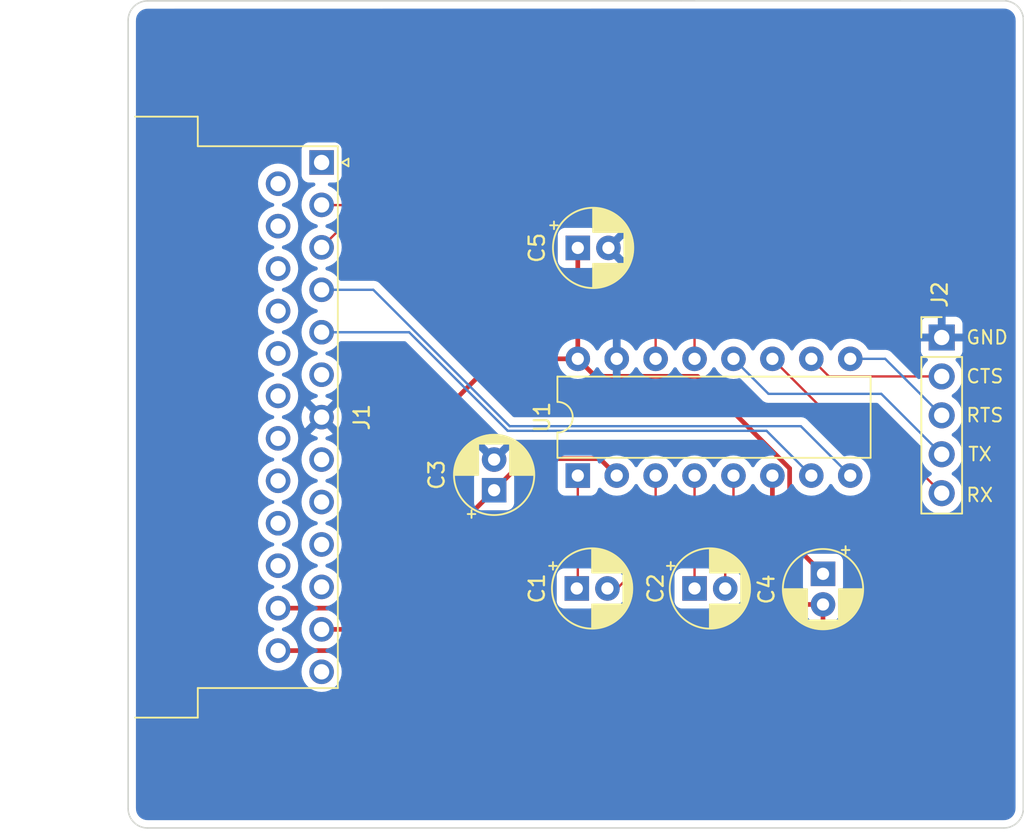
<source format=kicad_pcb>
(kicad_pcb (version 20211014) (generator pcbnew)
  (layers (0 "F.Cu" signal) (31 "B.Cu" signal) (34 "B.Paste" user) (35 "F.Paste" user) (36 "B.SilkS" user "B.Silkscreen") (37 "F.SilkS" user "F.Silkscreen") (38 "B.Mask" user) (39 "F.Mask" user) (44 "Edge.Cuts" user))
  (net 0 "")
  (net 1 "Net-(C1-Pad1)")
  (net 2 "Net-(C1-Pad2)")
  (net 3 "Net-(C2-Pad1)")
  (net 4 "Net-(C2-Pad2)")
  (net 5 "GND")
  (net 6 "+5V")
  (net 8 "/TX_232")
  (net 9 "/RX_232")
  (net 10 "/RTS_232")
  (net 11 "/CTS_232")
  (net 28 "/CTS_TTL")
  (net 29 "/RTS_TTL")
  (net 30 "/TX_TTL")
  (net 31 "/RX_TTL")
  (net 32 "/VS+")
  (net 33 "/VS-")
  (footprint "Capacitor_THT:CP_Radial_D5.0mm_P2.00mm" (layer "F.Cu") (at 134.239 116.773888 -90)
    (fp_text reference "C4" (at 1.016 3.683 90) (layer "F.SilkS"))
    (fp_text value "1uf")
    (pad "1" thru_hole rect (at 0 0 270) (size 1.6 1.6) (drill 0.8) (layers *.Cu *.Mask) (net 6 "+5V"))
    (pad "2" thru_hole circle (at 2 0 270) (size 1.6 1.6) (drill 0.8) (layers *.Cu *.Mask) (net 33 "/VS-"))
  )
  (footprint "Connector_Dsub:DSUB-25_Male_Horizontal_P2.77x2.84mm_EdgePinOffset9.40mm" (layer "F.Cu") (at 101.517331 89.928 -90)
    (fp_text reference "J1" (at 16.625 -2.622669 90) (layer "F.SilkS"))
    (fp_text value "DB25_Male")
    (pad "1" thru_hole rect (at 0 0 270) (size 1.6 1.6) (drill 1) (layers *.Cu *.Mask))
    (pad "2" thru_hole circle (at 2.77 0 270) (size 1.6 1.6) (drill 1) (layers *.Cu *.Mask) (net 8 "/TX_232"))
    (pad "3" thru_hole circle (at 5.54 0 270) (size 1.6 1.6) (drill 1) (layers *.Cu *.Mask) (net 9 "/RX_232"))
    (pad "4" thru_hole circle (at 8.31 0 270) (size 1.6 1.6) (drill 1) (layers *.Cu *.Mask) (net 10 "/RTS_232"))
    (pad "5" thru_hole circle (at 11.08 0 270) (size 1.6 1.6) (drill 1) (layers *.Cu *.Mask) (net 11 "/CTS_232"))
    (pad "6" thru_hole circle (at 13.85 0 270) (size 1.6 1.6) (drill 1) (layers *.Cu *.Mask))
    (pad "7" thru_hole circle (at 16.62 0 270) (size 1.6 1.6) (drill 1) (layers *.Cu *.Mask) (net 5 "GND"))
    (pad "8" thru_hole circle (at 19.39 0 270) (size 1.6 1.6) (drill 1) (layers *.Cu *.Mask))
    (pad "9" thru_hole circle (at 22.16 0 270) (size 1.6 1.6) (drill 1) (layers *.Cu *.Mask))
    (pad "10" thru_hole circle (at 24.93 0 270) (size 1.6 1.6) (drill 1) (layers *.Cu *.Mask))
    (pad "11" thru_hole circle (at 27.7 0 270) (size 1.6 1.6) (drill 1) (layers *.Cu *.Mask))
    (pad "12" thru_hole circle (at 30.47 0 270) (size 1.6 1.6) (drill 1) (layers *.Cu *.Mask) (net 32 "/VS+"))
    (pad "13" thru_hole circle (at 33.24 0 270) (size 1.6 1.6) (drill 1) (layers *.Cu *.Mask))
    (pad "14" thru_hole circle (at 1.385 2.84 270) (size 1.6 1.6) (drill 1) (layers *.Cu *.Mask))
    (pad "15" thru_hole circle (at 4.155 2.84 270) (size 1.6 1.6) (drill 1) (layers *.Cu *.Mask))
    (pad "16" thru_hole circle (at 6.925 2.84 270) (size 1.6 1.6) (drill 1) (layers *.Cu *.Mask))
    (pad "17" thru_hole circle (at 9.695 2.84 270) (size 1.6 1.6) (drill 1) (layers *.Cu *.Mask))
    (pad "18" thru_hole circle (at 12.465 2.84 270) (size 1.6 1.6) (drill 1) (layers *.Cu *.Mask))
    (pad "19" thru_hole circle (at 15.235 2.84 270) (size 1.6 1.6) (drill 1) (layers *.Cu *.Mask))
    (pad "20" thru_hole circle (at 18.005 2.84 270) (size 1.6 1.6) (drill 1) (layers *.Cu *.Mask))
    (pad "21" thru_hole circle (at 20.775 2.84 270) (size 1.6 1.6) (drill 1) (layers *.Cu *.Mask))
    (pad "22" thru_hole circle (at 23.545 2.84 270) (size 1.6 1.6) (drill 1) (layers *.Cu *.Mask))
    (pad "23" thru_hole circle (at 26.315 2.84 270) (size 1.6 1.6) (drill 1) (layers *.Cu *.Mask))
    (pad "24" thru_hole circle (at 29.085 2.84 270) (size 1.6 1.6) (drill 1) (layers *.Cu *.Mask) (net 6 "+5V"))
    (pad "25" thru_hole circle (at 31.855 2.84 270) (size 1.6 1.6) (drill 1) (layers *.Cu *.Mask) (net 33 "/VS-"))
  )
  (footprint "Connector_PinHeader_2.54mm:PinHeader_1x05_P2.54mm_Vertical" (layer "F.Cu") (at 141.986 101.351)
    (fp_text reference "J2" (at -0.127 -2.799 90) (layer "F.SilkS"))
    (fp_text value "Conn_01x05")
    (pad "1" thru_hole rect (at 0 0) (size 1.7 1.7) (drill 1) (layers *.Cu *.Mask) (net 5 "GND"))
    (pad "2" thru_hole oval (at 0 2.54) (size 1.7 1.7) (drill 1) (layers *.Cu *.Mask) (net 28 "/CTS_TTL"))
    (pad "3" thru_hole oval (at 0 5.08) (size 1.7 1.7) (drill 1) (layers *.Cu *.Mask) (net 29 "/RTS_TTL"))
    (pad "4" thru_hole oval (at 0 7.62) (size 1.7 1.7) (drill 1) (layers *.Cu *.Mask) (net 30 "/TX_TTL"))
    (pad "5" thru_hole oval (at 0 10.16) (size 1.7 1.7) (drill 1) (layers *.Cu *.Mask) (net 31 "/RX_TTL"))
  )
  (footprint "Capacitor_THT:CP_Radial_D5.0mm_P2.00mm" (layer "F.Cu") (at 118.237 95.504)
    (fp_text reference "C5" (at -2.667 0 90) (layer "F.SilkS"))
    (fp_text value "1uf")
    (pad "1" thru_hole rect (at 0 0) (size 1.6 1.6) (drill 0.8) (layers *.Cu *.Mask) (net 6 "+5V"))
    (pad "2" thru_hole circle (at 2 0) (size 1.6 1.6) (drill 0.8) (layers *.Cu *.Mask) (net 5 "GND"))
  )
  (footprint "Capacitor_THT:CP_Radial_D5.0mm_P2.00mm" (layer "F.Cu") (at 125.857 117.729)
    (fp_text reference "C2" (at -2.54 0 90) (layer "F.SilkS"))
    (fp_text value "1uf")
    (pad "1" thru_hole rect (at 0 0) (size 1.6 1.6) (drill 0.8) (layers *.Cu *.Mask) (net 3 "Net-(C2-Pad1)"))
    (pad "2" thru_hole circle (at 2 0) (size 1.6 1.6) (drill 0.8) (layers *.Cu *.Mask) (net 4 "Net-(C2-Pad2)"))
  )
  (footprint "Capacitor_THT:CP_Radial_D5.0mm_P2.00mm" (layer "F.Cu") (at 118.170888 117.729)
    (fp_text reference "C1" (at -2.600888 0 90) (layer "F.SilkS"))
    (fp_text value "1uf")
    (pad "1" thru_hole rect (at 0 0) (size 1.6 1.6) (drill 0.8) (layers *.Cu *.Mask) (net 1 "Net-(C1-Pad1)"))
    (pad "2" thru_hole circle (at 2 0) (size 1.6 1.6) (drill 0.8) (layers *.Cu *.Mask) (net 2 "Net-(C1-Pad2)"))
  )
  (footprint "Capacitor_THT:CP_Radial_D5.0mm_P2.00mm" (layer "F.Cu") (at 112.776 111.318113 90)
    (fp_text reference "C3" (at 1 -3.75 90) (layer "F.SilkS"))
    (fp_text value "1uf")
    (pad "1" thru_hole rect (at 0 0 90) (size 1.6 1.6) (drill 0.8) (layers *.Cu *.Mask) (net 32 "/VS+"))
    (pad "2" thru_hole circle (at 2 0 90) (size 1.6 1.6) (drill 0.8) (layers *.Cu *.Mask) (net 5 "GND"))
  )
  (footprint "Package_DIP:DIP-16_W7.62mm" (layer "F.Cu") (at 118.237 110.363 90)
    (fp_text reference "U1" (at 3.81 -2.33 90) (layer "F.SilkS"))
    (fp_text value "MAX232N")
    (pad "1" thru_hole rect (at 0 0 90) (size 1.6 1.6) (drill 0.8) (layers *.Cu *.Mask) (net 1 "Net-(C1-Pad1)"))
    (pad "2" thru_hole oval (at 0 2.54 90) (size 1.6 1.6) (drill 0.8) (layers *.Cu *.Mask) (net 32 "/VS+"))
    (pad "3" thru_hole oval (at 0 5.08 90) (size 1.6 1.6) (drill 0.8) (layers *.Cu *.Mask) (net 2 "Net-(C1-Pad2)"))
    (pad "4" thru_hole oval (at 0 7.62 90) (size 1.6 1.6) (drill 0.8) (layers *.Cu *.Mask) (net 3 "Net-(C2-Pad1)"))
    (pad "5" thru_hole oval (at 0 10.16 90) (size 1.6 1.6) (drill 0.8) (layers *.Cu *.Mask) (net 4 "Net-(C2-Pad2)"))
    (pad "6" thru_hole oval (at 0 12.7 90) (size 1.6 1.6) (drill 0.8) (layers *.Cu *.Mask) (net 33 "/VS-"))
    (pad "7" thru_hole oval (at 0 15.24 90) (size 1.6 1.6) (drill 0.8) (layers *.Cu *.Mask) (net 11 "/CTS_232"))
    (pad "8" thru_hole oval (at 0 17.78 90) (size 1.6 1.6) (drill 0.8) (layers *.Cu *.Mask) (net 10 "/RTS_232"))
    (pad "9" thru_hole oval (at 7.62 17.78 90) (size 1.6 1.6) (drill 0.8) (layers *.Cu *.Mask) (net 29 "/RTS_TTL"))
    (pad "10" thru_hole oval (at 7.62 15.24 90) (size 1.6 1.6) (drill 0.8) (layers *.Cu *.Mask) (net 28 "/CTS_TTL"))
    (pad "11" thru_hole oval (at 7.62 12.7 90) (size 1.6 1.6) (drill 0.8) (layers *.Cu *.Mask) (net 31 "/RX_TTL"))
    (pad "12" thru_hole oval (at 7.62 10.16 90) (size 1.6 1.6) (drill 0.8) (layers *.Cu *.Mask) (net 30 "/TX_TTL"))
    (pad "13" thru_hole oval (at 7.62 7.62 90) (size 1.6 1.6) (drill 0.8) (layers *.Cu *.Mask) (net 8 "/TX_232"))
    (pad "14" thru_hole oval (at 7.62 5.08 90) (size 1.6 1.6) (drill 0.8) (layers *.Cu *.Mask) (net 9 "/RX_232"))
    (pad "15" thru_hole oval (at 7.62 2.54 90) (size 1.6 1.6) (drill 0.8) (layers *.Cu *.Mask) (net 5 "GND"))
    (pad "16" thru_hole oval (at 7.62 0 90) (size 1.6 1.6) (drill 0.8) (layers *.Cu *.Mask) (net 6 "+5V"))
  )
  (gr_arc (start 88.890976 80.654026) (mid 89.26295 79.756) (end 90.160976 79.384026) (layer "Edge.Cuts") (width 0.1))
  (gr_line (start 147.32 80.645) (end 147.310974 132.089024) (layer "Edge.Cuts") (width 0.1))
  (gr_line (start 146.040974 133.359024) (end 90.160976 133.359024) (layer "Edge.Cuts") (width 0.1))
  (gr_arc (start 90.160976 133.359024) (mid 89.26295 132.98705) (end 88.890976 132.089024) (layer "Edge.Cuts") (width 0.1))
  (gr_line (start 88.890976 132.089024) (end 88.890976 80.654026) (layer "Edge.Cuts") (width 0.1))
  (gr_arc (start 146.05 79.375) (mid 146.948026 79.746974) (end 147.32 80.645) (layer "Edge.Cuts") (width 0.1))
  (gr_arc (start 147.310974 132.089024) (mid 146.939 132.98705) (end 146.040974 133.359024) (layer "Edge.Cuts") (width 0.1))
  (gr_line (start 90.160976 79.384026) (end 146.05 79.375) (layer "Edge.Cuts") (width 0.1))
  (gr_text "TX" (at 143.637 108.966) (layer "F.SilkS") (effects (font (size 0.889 0.889) (thickness 0.127)) (justify left)))
  (gr_text "GND" (at 143.51 101.346) (layer "F.SilkS") (effects (font (size 0.889 0.889) (thickness 0.127)) (justify left)))
  (gr_text "CTS" (at 143.51 103.886) (layer "F.SilkS") (effects (font (size 0.889 0.889) (thickness 0.127)) (justify left)))
  (gr_text "RX" (at 143.51 111.633) (layer "F.SilkS") (effects (font (size 0.889 0.889) (thickness 0.127)) (justify left)))
  (gr_text "RTS" (at 143.51 106.426) (layer "F.SilkS") (effects (font (size 0.889 0.889) (thickness 0.127)) (justify left)))
  (segment (start 118.237 110.363) (end 118.237 117.541116) (width 0.1524) (layer "F.Cu") (net 1))
  (segment (start 123.317 115.217888) (end 120.805888 117.729) (width 0.1524) (layer "F.Cu") (net 2))
  (segment (start 123.317 110.363) (end 123.317 115.217888) (width 0.1524) (layer "F.Cu") (net 2))
  (segment (start 125.857 110.363) (end 125.857 117.729) (width 0.1524) (layer "F.Cu") (net 3))
  (segment (start 128.397 110.363) (end 128.397 115.697) (width 0.1524) (layer "F.Cu") (net 4))
  (segment (start 128.397 115.697) (end 127.857 116.237) (width 0.1524) (layer "F.Cu") (net 4))
  (segment (start 127.857 116.237) (end 127.857 117.729) (width 0.1524) (layer "F.Cu") (net 4))
  (segment (start 132.061509 109.897215) (end 126.050294 103.886) (width 0.3048) (layer "F.Cu") (net 6))
  (segment (start 118.237 102.743) (end 118.237 95.504) (width 0.3048) (layer "F.Cu") (net 6))
  (segment (start 110.236 111.633) (end 110.236 105.41) (width 0.3048) (layer "F.Cu") (net 6))
  (segment (start 98.677331 119.013) (end 102.856 119.013) (width 0.3048) (layer "F.Cu") (net 6))
  (segment (start 134.239 116.773884) (end 132.061509 114.596393) (width 0.3048) (layer "F.Cu") (net 6))
  (segment (start 126.050294 103.886) (end 119.38 103.886) (width 0.3048) (layer "F.Cu") (net 6))
  (segment (start 119.38 103.886) (end 118.237 102.743) (width 0.3048) (layer "F.Cu") (net 6))
  (segment (start 110.236 105.41) (end 112.903 102.743) (width 0.3048) (layer "F.Cu") (net 6))
  (segment (start 132.061509 114.596393) (end 132.061509 109.897215) (width 0.3048) (layer "F.Cu") (net 6))
  (segment (start 112.903 102.743) (end 118.237 102.743) (width 0.3048) (layer "F.Cu") (net 6))
  (segment (start 102.856 119.013) (end 110.236 111.633) (width 0.3048) (layer "F.Cu") (net 6))
  (segment (start 125.857 98.425) (end 125.857 102.743) (width 0.1524) (layer "F.Cu") (net 8))
  (segment (start 120.142 92.71) (end 125.857 98.425) (width 0.1524) (layer "F.Cu") (net 8))
  (segment (start 101.529331 92.71) (end 120.142 92.71) (width 0.1524) (layer "F.Cu") (net 8))
  (segment (start 101.517331 95.468) (end 103.005331 93.98) (width 0.1524) (layer "F.Cu") (net 9))
  (segment (start 123.317 102.743) (end 123.317 96.647) (width 0.1524) (layer "F.Cu") (net 9))
  (segment (start 103.005331 93.98) (end 120.65 93.98) (width 0.1524) (layer "F.Cu") (net 9))
  (segment (start 120.65 93.98) (end 123.317 96.647) (width 0.1524) (layer "F.Cu") (net 9))
  (segment (start 132.79168 107.13768) (end 113.792 107.13768) (width 0.1524) (layer "B.Cu") (net 10))
  (segment (start 136.017 110.363) (end 132.79168 107.13768) (width 0.1524) (layer "B.Cu") (net 10))
  (segment (start 104.89232 98.238) (end 101.517331 98.238) (width 0.1524) (layer "B.Cu") (net 10))
  (segment (start 113.792 107.13768) (end 104.89232 98.238) (width 0.1524) (layer "B.Cu") (net 10))
  (segment (start 130.556 107.442) (end 113.665 107.442) (width 0.1524) (layer "B.Cu") (net 11))
  (segment (start 113.665 107.441054) (end 113.665 107.442) (width 0.1524) (layer "B.Cu") (net 11))
  (segment (start 101.517331 101.008) (end 107.231946 101.008) (width 0.1524) (layer "B.Cu") (net 11))
  (segment (start 133.477 110.363) (end 130.556 107.442) (width 0.1524) (layer "B.Cu") (net 11))
  (segment (start 107.231946 101.008) (end 113.665 107.441054) (width 0.1524) (layer "B.Cu") (net 11))
  (segment (start 134.625 103.891) (end 141.986 103.891) (width 0.1524) (layer "F.Cu") (net 28))
  (segment (start 133.477 102.743) (end 134.625 103.891) (width 0.1524) (layer "F.Cu") (net 28))
  (segment (start 136.017 102.743) (end 138.298 102.743) (width 0.1524) (layer "B.Cu") (net 29))
  (segment (start 138.298 102.743) (end 141.986 106.431) (width 0.1524) (layer "B.Cu") (net 29))
  (segment (start 138.044 105.029) (end 141.986 108.971) (width 0.1524) (layer "B.Cu") (net 30))
  (segment (start 128.397 102.743) (end 130.683 105.029) (width 0.1524) (layer "B.Cu") (net 30))
  (segment (start 130.683 105.029) (end 138.044 105.029) (width 0.1524) (layer "B.Cu") (net 30))
  (segment (start 140.620511 110.145511) (end 141.986 111.511) (width 0.1524) (layer "F.Cu") (net 31))
  (segment (start 130.937 102.743) (end 138.339511 110.145511) (width 0.1524) (layer "F.Cu") (net 31))
  (segment (start 138.339511 110.145511) (end 140.620511 110.145511) (width 0.1524) (layer "F.Cu") (net 31))
  (segment (start 103.696113 120.398) (end 112.776 111.318113) (width 0.3048) (layer "F.Cu") (net 32))
  (segment (start 119.672689 109.258689) (end 114.835424 109.258689) (width 0.3048) (layer "F.Cu") (net 32))
  (segment (start 114.835424 109.258689) (end 112.776 111.318113) (width 0.3048) (layer "F.Cu") (net 32))
  (segment (start 120.777 110.363) (end 119.672689 109.258689) (width 0.3048) (layer "F.Cu") (net 32))
  (segment (start 101.517331 120.398) (end 103.696113 120.398) (width 0.3048) (layer "F.Cu") (net 32))
  (segment (start 98.677331 121.783) (end 125.290628 121.783) (width 0.3048) (layer "F.Cu") (net 33))
  (segment (start 130.937 110.363) (end 130.937 116.603258) (width 0.3048) (layer "F.Cu") (net 33))
  (segment (start 130.937 116.603258) (end 133.10763 118.773888) (width 0.3048) (layer "F.Cu") (net 33))
  (segment (start 133.10763 118.773888) (end 134.239 118.773888) (width 0.3048) (layer "F.Cu") (net 33))
  (segment (start 125.300628 121.793) (end 132.461 121.793) (width 0.3048) (layer "F.Cu") (net 33))
  (segment (start 134.239 120.015) (end 134.239 118.773888) (width 0.3048) (layer "F.Cu") (net 33))
  (segment (start 125.290628 121.783) (end 125.300628 121.793) (width 0.3048) (layer "F.Cu") (net 33))
  (segment (start 132.461 121.793) (end 134.239 120.015) (width 0.3048) (layer "F.Cu") (net 33))
  (zone (net 5) (net_name "GND") (layer "B.Cu") (name "Gournd Plane") (connect_pads (clearance 0.508)) (min_thickness 0.254) (fill yes (thermal_gap 0.508) (thermal_bridge_width 0.508) (smoothing fillet) (radius 0.254))
    (polygon (pts (xy 146.939 132.969) (xy 89.281 132.969) (xy 89.281 79.756) (xy 146.939 79.756)))
  )
)
</source>
